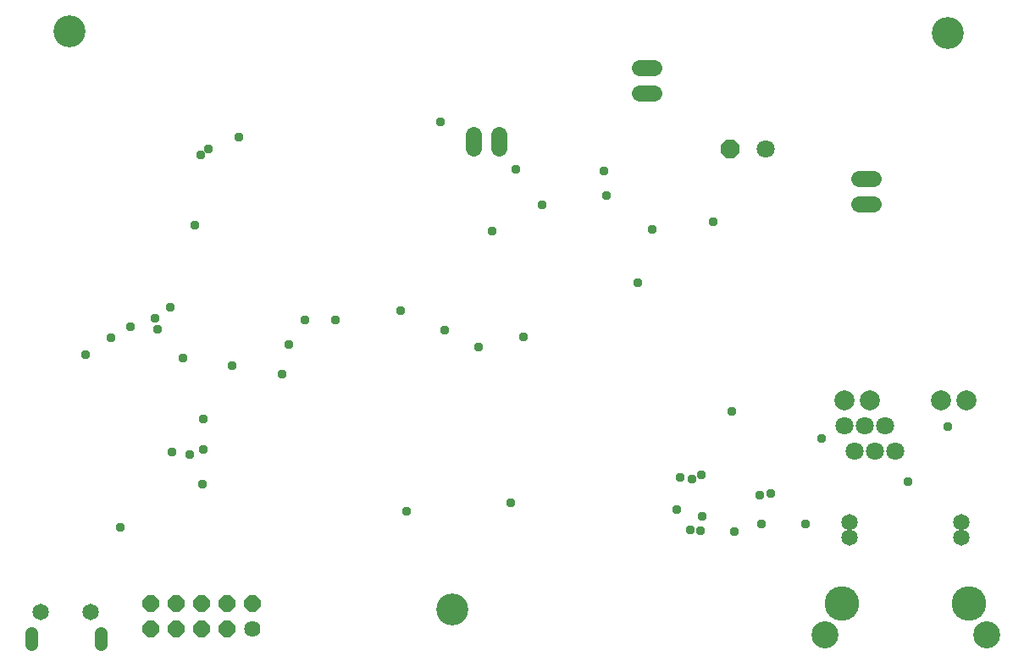
<source format=gbr>
G04 EAGLE Gerber RS-274X export*
G75*
%MOMM*%
%FSLAX34Y34*%
%LPD*%
%INSoldermask Bottom*%
%IPPOS*%
%AMOC8*
5,1,8,0,0,1.08239X$1,22.5*%
G01*
%ADD10P,1.951982X8X202.500000*%
%ADD11C,1.803400*%
%ADD12C,1.625600*%
%ADD13C,1.625600*%
%ADD14P,1.759533X8X202.500000*%
%ADD15C,1.803200*%
%ADD16C,1.653200*%
%ADD17C,2.003200*%
%ADD18C,3.453200*%
%ADD19C,2.703200*%
%ADD20C,1.311200*%
%ADD21C,3.203200*%
%ADD22C,0.959600*%


D10*
X721360Y510540D03*
D11*
X756920Y510540D03*
D12*
X644652Y566420D02*
X630428Y566420D01*
X630428Y591820D02*
X644652Y591820D01*
D13*
X243840Y30480D03*
D14*
X243840Y55880D03*
X218440Y30480D03*
X218440Y55880D03*
X193040Y30480D03*
X193040Y55880D03*
X167640Y30480D03*
X167640Y55880D03*
X142240Y30480D03*
X142240Y55880D03*
D15*
X886370Y208260D03*
X866070Y208260D03*
X845770Y208260D03*
X876220Y233660D03*
X855920Y233660D03*
X835620Y233660D03*
D16*
X952520Y137160D03*
X840720Y137160D03*
X952520Y121760D03*
X840720Y121760D03*
D17*
X957520Y259060D03*
X932120Y259060D03*
X861020Y259060D03*
X835620Y259060D03*
D18*
X960120Y55860D03*
X833120Y55860D03*
D19*
X977270Y24160D03*
X815970Y24160D03*
D12*
X490220Y511048D02*
X490220Y525272D01*
X464820Y525272D02*
X464820Y511048D01*
X850138Y455676D02*
X864362Y455676D01*
X864362Y481076D02*
X850138Y481076D01*
D16*
X32150Y47320D03*
X82150Y47320D03*
D20*
X22150Y25860D02*
X22150Y14780D01*
X92150Y14780D02*
X92150Y25860D01*
D21*
X443484Y49530D03*
X60960Y628142D03*
X939038Y626872D03*
D22*
X532892Y454406D03*
X180594Y205232D03*
X507238Y489966D03*
X111608Y131699D03*
X796011Y135763D03*
X752450Y135661D03*
X597560Y464236D03*
X194056Y209550D03*
X193548Y175006D03*
X161646Y351866D03*
X101981Y321361D03*
X431800Y537464D03*
X469392Y312674D03*
X704088Y437388D03*
X938327Y232486D03*
X898652Y178054D03*
X628904Y376936D03*
X643128Y429768D03*
X295656Y339852D03*
X326136Y339852D03*
X391668Y348996D03*
X595122Y488188D03*
X435610Y329438D03*
X514858Y322834D03*
X812292Y220599D03*
X693242Y142799D03*
X691490Y128321D03*
X725551Y127660D03*
X722376Y248412D03*
X667817Y149911D03*
X681228Y129540D03*
X750824Y164084D03*
X397764Y147828D03*
X762000Y166116D03*
X501396Y156972D03*
X223418Y293319D03*
X670687Y182321D03*
X273533Y285013D03*
X683057Y180111D03*
X173736Y301752D03*
X691998Y184480D03*
X121768Y332410D03*
X192024Y504444D03*
X148488Y329717D03*
X199644Y510540D03*
X163068Y207264D03*
X194310Y240792D03*
X280340Y314808D03*
X483108Y428244D03*
X146456Y340868D03*
X230124Y522732D03*
X76505Y304978D03*
X186334Y434340D03*
M02*

</source>
